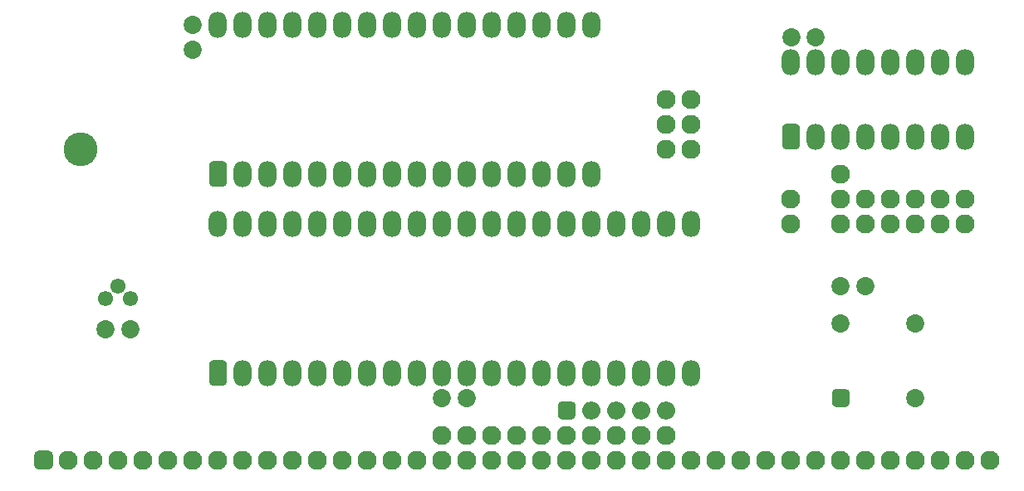
<source format=gbr>
%TF.GenerationSoftware,KiCad,Pcbnew,(5.1.6)-1*%
%TF.CreationDate,2020-12-07T03:46:56-08:00*%
%TF.ProjectId,rc-z80ram,72632d7a-3830-4726-916d-2e6b69636164,rev?*%
%TF.SameCoordinates,PX9157080PY9071968*%
%TF.FileFunction,Soldermask,Top*%
%TF.FilePolarity,Negative*%
%FSLAX46Y46*%
G04 Gerber Fmt 4.6, Leading zero omitted, Abs format (unit mm)*
G04 Created by KiCad (PCBNEW (5.1.6)-1) date 2020-12-07 03:46:56*
%MOMM*%
%LPD*%
G01*
G04 APERTURE LIST*
%ADD10O,1.854000X2.654000*%
%ADD11O,1.854000X1.854000*%
%ADD12O,1.954000X1.954000*%
%ADD13C,1.954000*%
%ADD14C,1.854000*%
%ADD15C,1.554000*%
%ADD16C,3.454000*%
G04 APERTURE END LIST*
D10*
%TO.C,U2*%
X19050000Y46050200D03*
X57150000Y30810200D03*
X21590000Y46050200D03*
X54610000Y30810200D03*
X24130000Y46050200D03*
X52070000Y30810200D03*
X26670000Y46050200D03*
X49530000Y30810200D03*
X29210000Y46050200D03*
X46990000Y30810200D03*
X31750000Y46050200D03*
X44450000Y30810200D03*
X34290000Y46050200D03*
X41910000Y30810200D03*
X36830000Y46050200D03*
X39370000Y30810200D03*
X39370000Y46050200D03*
X36830000Y30810200D03*
X41910000Y46050200D03*
X34290000Y30810200D03*
X44450000Y46050200D03*
X31750000Y30810200D03*
X46990000Y46050200D03*
X29210000Y30810200D03*
X49530000Y46050200D03*
X26670000Y30810200D03*
X52070000Y46050200D03*
X24130000Y30810200D03*
X54610000Y46050200D03*
X21590000Y30810200D03*
X57150000Y46050200D03*
G36*
G01*
X19513500Y29483200D02*
X18586500Y29483200D01*
G75*
G02*
X18123000Y29946700I0J463500D01*
G01*
X18123000Y31673700D01*
G75*
G02*
X18586500Y32137200I463500J0D01*
G01*
X19513500Y32137200D01*
G75*
G02*
X19977000Y31673700I0J-463500D01*
G01*
X19977000Y29946700D01*
G75*
G02*
X19513500Y29483200I-463500J0D01*
G01*
G37*
%TD*%
D11*
%TO.C,RN1*%
X64770000Y6680200D03*
X62230000Y6680200D03*
X59690000Y6680200D03*
X57150000Y6680200D03*
G36*
G01*
X53683000Y6216700D02*
X53683000Y7143700D01*
G75*
G02*
X54146500Y7607200I463500J0D01*
G01*
X55073500Y7607200D01*
G75*
G02*
X55537000Y7143700I0J-463500D01*
G01*
X55537000Y6216700D01*
G75*
G02*
X55073500Y5753200I-463500J0D01*
G01*
X54146500Y5753200D01*
G75*
G02*
X53683000Y6216700I0J463500D01*
G01*
G37*
%TD*%
D10*
%TO.C,U4*%
X77470000Y42240200D03*
X95250000Y34620200D03*
X80010000Y42240200D03*
X92710000Y34620200D03*
X82550000Y42240200D03*
X90170000Y34620200D03*
X85090000Y42240200D03*
X87630000Y34620200D03*
X87630000Y42240200D03*
X85090000Y34620200D03*
X90170000Y42240200D03*
X82550000Y34620200D03*
X92710000Y42240200D03*
X80010000Y34620200D03*
X95250000Y42240200D03*
G36*
G01*
X77933500Y33293200D02*
X77006500Y33293200D01*
G75*
G02*
X76543000Y33756700I0J463500D01*
G01*
X76543000Y35483700D01*
G75*
G02*
X77006500Y35947200I463500J0D01*
G01*
X77933500Y35947200D01*
G75*
G02*
X78397000Y35483700I0J-463500D01*
G01*
X78397000Y33756700D01*
G75*
G02*
X77933500Y33293200I-463500J0D01*
G01*
G37*
%TD*%
D12*
%TO.C,JP5*%
X95250000Y28270200D03*
X95250000Y25730200D03*
X92710000Y28270200D03*
X92710000Y25730200D03*
X90170000Y28270200D03*
X90170000Y25730200D03*
X87630000Y28270200D03*
X87630000Y25730200D03*
X85090000Y28270200D03*
D13*
X85090000Y25730200D03*
%TD*%
D12*
%TO.C,JP4*%
X82550000Y25730200D03*
X82550000Y28270200D03*
D13*
X82550000Y30810200D03*
%TD*%
D14*
%TO.C,C4*%
X77510000Y44780200D03*
X80010000Y44780200D03*
%TD*%
%TO.C,X1*%
X90170000Y7950200D03*
X90170000Y15570200D03*
X82550000Y15570200D03*
G36*
G01*
X81623000Y7486700D02*
X81623000Y8413700D01*
G75*
G02*
X82086500Y8877200I463500J0D01*
G01*
X83013500Y8877200D01*
G75*
G02*
X83477000Y8413700I0J-463500D01*
G01*
X83477000Y7486700D01*
G75*
G02*
X83013500Y7023200I-463500J0D01*
G01*
X82086500Y7023200D01*
G75*
G02*
X81623000Y7486700I0J463500D01*
G01*
G37*
%TD*%
D15*
%TO.C,U3*%
X7620000Y18110200D03*
X10160000Y18110200D03*
X8890000Y19380200D03*
%TD*%
D12*
%TO.C,JP3*%
X77470000Y25730200D03*
D13*
X77470000Y28270200D03*
%TD*%
%TO.C,JP2*%
X67310000Y38430200D03*
D12*
X67310000Y35890200D03*
X67310000Y33350200D03*
%TD*%
%TO.C,JP1*%
X64770000Y33350200D03*
X64770000Y35890200D03*
D13*
X64770000Y38430200D03*
%TD*%
D14*
%TO.C,C5*%
X10120000Y14935200D03*
X7620000Y14935200D03*
%TD*%
%TO.C,C1*%
X44410000Y7950200D03*
X41910000Y7950200D03*
%TD*%
%TO.C,C2*%
X16510000Y46010200D03*
X16510000Y43510200D03*
%TD*%
%TO.C,C3*%
X85050000Y19380200D03*
X82550000Y19380200D03*
%TD*%
D10*
%TO.C,U1*%
X19050000Y25730200D03*
X67310000Y10490200D03*
X21590000Y25730200D03*
X64770000Y10490200D03*
X24130000Y25730200D03*
X62230000Y10490200D03*
X26670000Y25730200D03*
X59690000Y10490200D03*
X29210000Y25730200D03*
X57150000Y10490200D03*
X31750000Y25730200D03*
X54610000Y10490200D03*
X34290000Y25730200D03*
X52070000Y10490200D03*
X36830000Y25730200D03*
X49530000Y10490200D03*
X39370000Y25730200D03*
X46990000Y10490200D03*
X41910000Y25730200D03*
X44450000Y10490200D03*
X44450000Y25730200D03*
X41910000Y10490200D03*
X46990000Y25730200D03*
X39370000Y10490200D03*
X49530000Y25730200D03*
X36830000Y10490200D03*
X52070000Y25730200D03*
X34290000Y10490200D03*
X54610000Y25730200D03*
X31750000Y10490200D03*
X57150000Y25730200D03*
X29210000Y10490200D03*
X59690000Y25730200D03*
X26670000Y10490200D03*
X62230000Y25730200D03*
X24130000Y10490200D03*
X64770000Y25730200D03*
X21590000Y10490200D03*
X67310000Y25730200D03*
G36*
G01*
X19513500Y9163200D02*
X18586500Y9163200D01*
G75*
G02*
X18123000Y9626700I0J463500D01*
G01*
X18123000Y11353700D01*
G75*
G02*
X18586500Y11817200I463500J0D01*
G01*
X19513500Y11817200D01*
G75*
G02*
X19977000Y11353700I0J-463500D01*
G01*
X19977000Y9626700D01*
G75*
G02*
X19513500Y9163200I-463500J0D01*
G01*
G37*
%TD*%
D12*
%TO.C,J2*%
X64770000Y4140200D03*
X62230000Y4140200D03*
X59690000Y4140200D03*
X57150000Y4140200D03*
X54610000Y4140200D03*
X52070000Y4140200D03*
X49530000Y4140200D03*
X46990000Y4140200D03*
X44450000Y4140200D03*
D13*
X41910000Y4140200D03*
%TD*%
D12*
%TO.C,J1*%
X97790000Y1600200D03*
X95250000Y1600200D03*
X92710000Y1600200D03*
X90170000Y1600200D03*
X87630000Y1600200D03*
X85090000Y1600200D03*
X82550000Y1600200D03*
X80010000Y1600200D03*
X77470000Y1600200D03*
X74930000Y1600200D03*
X72390000Y1600200D03*
X69850000Y1600200D03*
X67310000Y1600200D03*
X64770000Y1600200D03*
X62230000Y1600200D03*
X59690000Y1600200D03*
X57150000Y1600200D03*
X54610000Y1600200D03*
X52070000Y1600200D03*
X49530000Y1600200D03*
X46990000Y1600200D03*
X44450000Y1600200D03*
X41910000Y1600200D03*
X39370000Y1600200D03*
X36830000Y1600200D03*
X34290000Y1600200D03*
X31750000Y1600200D03*
X29210000Y1600200D03*
X26670000Y1600200D03*
X24130000Y1600200D03*
X21590000Y1600200D03*
X19050000Y1600200D03*
X16510000Y1600200D03*
X13970000Y1600200D03*
X11430000Y1600200D03*
X8890000Y1600200D03*
X6350000Y1600200D03*
X3810000Y1600200D03*
G36*
G01*
X1758500Y623200D02*
X781500Y623200D01*
G75*
G02*
X293000Y1111700I0J488500D01*
G01*
X293000Y2088700D01*
G75*
G02*
X781500Y2577200I488500J0D01*
G01*
X1758500Y2577200D01*
G75*
G02*
X2247000Y2088700I0J-488500D01*
G01*
X2247000Y1111700D01*
G75*
G02*
X1758500Y623200I-488500J0D01*
G01*
G37*
%TD*%
D16*
%TO.C,*%
X5080000Y33350200D03*
%TD*%
M02*

</source>
